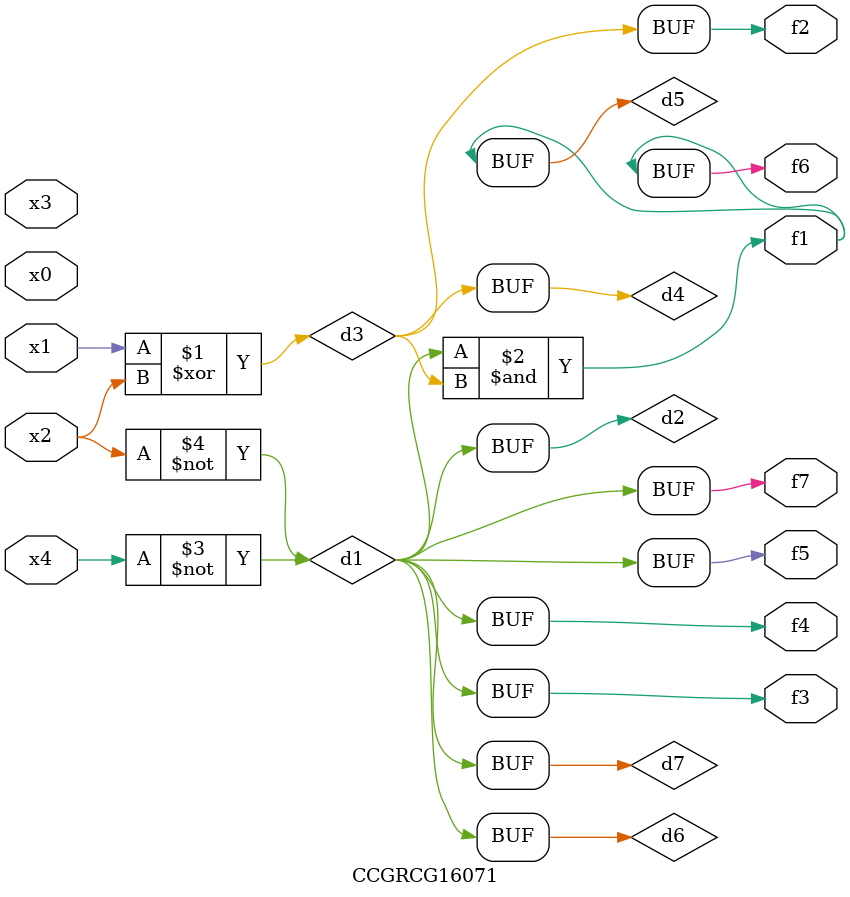
<source format=v>
module CCGRCG16071(
	input x0, x1, x2, x3, x4,
	output f1, f2, f3, f4, f5, f6, f7
);

	wire d1, d2, d3, d4, d5, d6, d7;

	not (d1, x4);
	not (d2, x2);
	xor (d3, x1, x2);
	buf (d4, d3);
	and (d5, d1, d3);
	buf (d6, d1, d2);
	buf (d7, d2);
	assign f1 = d5;
	assign f2 = d4;
	assign f3 = d7;
	assign f4 = d7;
	assign f5 = d7;
	assign f6 = d5;
	assign f7 = d7;
endmodule

</source>
